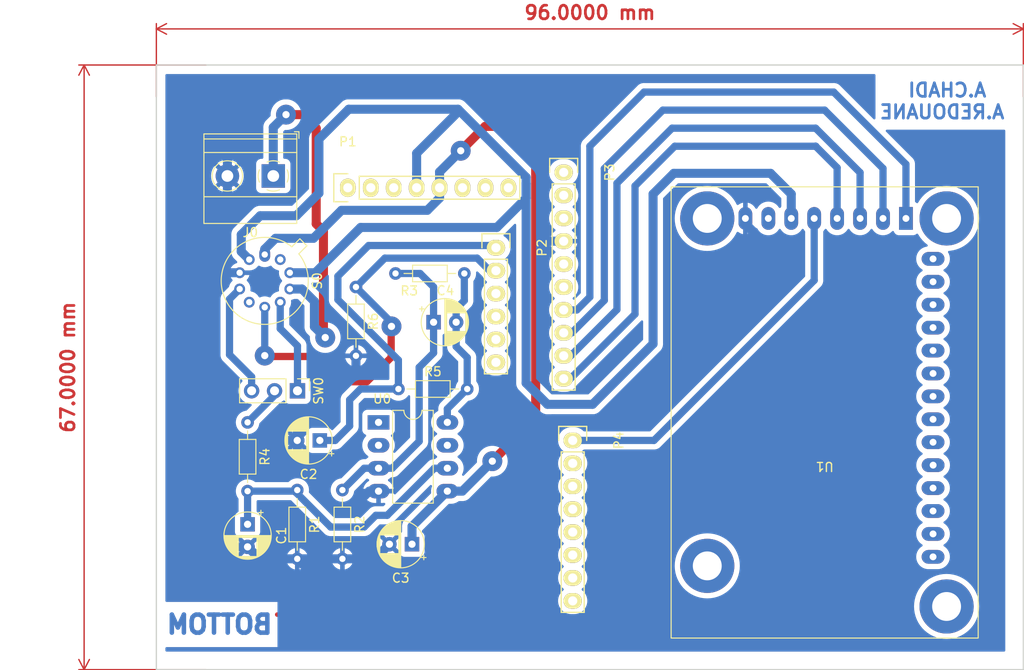
<source format=kicad_pcb>
(kicad_pcb (version 20221231) (generator pcbnew)
  (title_block (title "PCB GAZ SENSOR") (date "2022-01-04") (rev "1.0") (company "INSA Toulouse") (comment 1 "Redouane Amour - Chadi Amour") (comment 2 "amour@etud.insa-toulouse.fr") (comment 3 "5ISS - A2"))
  (layers (0 "F.Cu" signal) (31 "B.Cu" signal) (34 "B.Paste" user) (35 "F.Paste" user) (36 "B.SilkS" user "B.Silkscreen") (37 "F.SilkS" user "F.Silkscreen") (38 "B.Mask" user) (39 "F.Mask" user) (44 "Edge.Cuts" user))
  (net 0 "")
  (net 1 "Net-(U0-+)")
  (net 2 "GND")
  (net 3 "ADC_GAZ")
  (net 4 "+5V")
  (net 5 "Net-(U0--)")
  (net 6 "Net-(C4-Pad2)")
  (net 7 "+15V")
  (net 9 "/IOREF")
  (net 10 "/Reset")
  (net 11 "+3V3")
  (net 12 "/Vin")
  (net 13 "TempADC")
  (net 14 "/A2")
  (net 15 "/A3")
  (net 16 "/A4(SDA)")
  (net 17 "/A5(SCL)")
  (net 18 "/13(SCK)")
  (net 19 "/12(MISO)")
  (net 20 "/11(**{slash}MOSI)")
  (net 21 "/10(**{slash}SS)")
  (net 22 "/9(**)")
  (net 23 "/8")
  (net 24 "/7")
  (net 25 "/6(**)")
  (net 26 "/5(**)")
  (net 27 "/4")
  (net 28 "/3(**)")
  (net 29 "/2")
  (net 30 "/1(Tx)")
  (net 31 "/0(Rx)")
  (net 32 "Net-(SW0A-B)")
  (net 33 "Net-(S0-GazSensorRight)")
  (net 35 "Net-(S0-GazSensorLeft)")
  (footprint "Socket_Arduino_Uno:Socket_Strip_Arduino_1x06" (layer "F.Cu") (at 217.5 115.65 -90)
    (fp_text reference "P2" (at 0 -5.1 90) (layer "F.SilkS"))
    (fp_text value "Analog")
    (pad "1" thru_hole oval locked (at 0 0 270) (size 1.7272 2.032) (drill 1.016) (layers *.Cu *.Mask "F.SilkS") (net 3 "ADC_GAZ"))
    (pad "2" thru_hole oval locked (at 2.54 0 270) (size 1.7272 2.032) (drill 1.016) (layers *.Cu *.Mask "F.SilkS") (net 13 "TempADC"))
    (pad "3" thru_hole oval locked (at 5.08 0 270) (size 1.7272 2.032) (drill 1.016) (layers *.Cu *.Mask "F.SilkS") (net 14 "/A2"))
    (pad "4" thru_hole oval locked (at 7.62 0 270) (size 1.7272 2.032) (drill 1.016) (layers *.Cu *.Mask "F.SilkS") (net 15 "/A3"))
    (pad "5" thru_hole oval locked (at 10.16 0 270) (size 1.7272 2.032) (drill 1.016) (layers *.Cu *.Mask "F.SilkS") (net 16 "/A4(SDA)"))
    (pad "6" thru_hole oval locked (at 12.7 0 270) (size 1.7272 2.032) (drill 1.016) (layers *.Cu *.Mask "F.SilkS") (net 17 "/A5(SCL)"))
  )
  (footprint "Capacitor_THT:CP_Radial_D5.0mm_P2.50mm" (layer "F.Cu") (at 198 137 180)
    (fp_text reference "C2" (at 1.25 -3.75) (layer "F.SilkS"))
    (fp_text value "100n")
    (pad "1" thru_hole rect locked (at 0 0 180) (size 1.6 1.6) (drill 0.8) (layers *.Cu *.Mask) (net 3 "ADC_GAZ"))
    (pad "2" thru_hole circle locked (at 2.5 0 180) (size 1.6 1.6) (drill 0.8) (layers *.Cu *.Mask) (net 2 "GND"))
  )
  (footprint "Connector_PinHeader_2.54mm:PinHeader_1x03_P2.54mm_Vertical" (layer "F.Cu") (at 195.525 131.5 -90)
    (fp_text reference "SW0" (at 0 -2.33 90) (layer "F.SilkS"))
    (fp_text value "SW_DPDT_x2")
    (pad "1" thru_hole rect locked (at 0 0 270) (size 1.7 1.7) (drill 1) (layers *.Cu *.Mask) (net 35 "Net-(S0-GazSensorLeft)"))
    (pad "2" thru_hole oval locked (at 0 2.54 270) (size 1.7 1.7) (drill 1) (layers *.Cu *.Mask) (net 32 "Net-(SW0A-B)"))
    (pad "3" thru_hole oval locked (at 0 5.08 270) (size 1.7 1.7) (drill 1) (layers *.Cu *.Mask) (net 33 "Net-(S0-GazSensorRight)"))
  )
  (footprint "Socket_Arduino_Uno:Socket_Strip_Arduino_1x08" (layer "F.Cu") (at 226 137 -90)
    (fp_text reference "P4" (at 0 -5.1 90) (layer "F.SilkS"))
    (fp_text value "Digital")
    (pad "1" thru_hole oval locked (at 0 0 270) (size 1.7272 2.032) (drill 1.016) (layers *.Cu *.Mask "F.SilkS") (net 24 "/7"))
    (pad "2" thru_hole oval locked (at 2.54 0 270) (size 1.7272 2.032) (drill 1.016) (layers *.Cu *.Mask "F.SilkS") (net 25 "/6(**)"))
    (pad "3" thru_hole oval locked (at 5.08 0 270) (size 1.7272 2.032) (drill 1.016) (layers *.Cu *.Mask "F.SilkS") (net 26 "/5(**)"))
    (pad "4" thru_hole oval locked (at 7.62 0 270) (size 1.7272 2.032) (drill 1.016) (layers *.Cu *.Mask "F.SilkS") (net 27 "/4"))
    (pad "5" thru_hole oval locked (at 10.16 0 270) (size 1.7272 2.032) (drill 1.016) (layers *.Cu *.Mask "F.SilkS") (net 28 "/3(**)"))
    (pad "6" thru_hole oval locked (at 12.7 0 270) (size 1.7272 2.032) (drill 1.016) (layers *.Cu *.Mask "F.SilkS") (net 29 "/2"))
    (pad "7" thru_hole oval locked (at 15.24 0 270) (size 1.7272 2.032) (drill 1.016) (layers *.Cu *.Mask "F.SilkS") (net 30 "/1(Tx)"))
    (pad "8" thru_hole oval locked (at 17.78 0 270) (size 1.7272 2.032) (drill 1.016) (layers *.Cu *.Mask "F.SilkS") (net 31 "/0(Rx)"))
  )
  (footprint "Resistor_THT:R_Axial_DIN0204_L3.6mm_D1.6mm_P7.62mm_Horizontal" (layer "F.Cu") (at 206.7 131.3)
    (fp_text reference "R5" (at 3.81 -1.92) (layer "F.SilkS"))
    (fp_text value "1k")
    (pad "1" thru_hole circle locked (at 0 0) (size 1.4 1.4) (drill 0.7) (layers *.Cu *.Mask) (net 3 "ADC_GAZ"))
    (pad "2" thru_hole oval locked (at 7.62 0) (size 1.4 1.4) (drill 0.7) (layers *.Cu *.Mask) (net 6 "Net-(C4-Pad2)"))
  )
  (footprint "Package_DIP:DIP-8_W7.62mm_LongPads" (layer "F.Cu") (at 204.5 135)
    (fp_text reference "U0" (at 0.4 -2.6) (layer "F.SilkS"))
    (fp_text value "LTC1050")
    (pad "1" thru_hole rect locked (at 0 0) (size 2.4 1.6) (drill 0.8) (layers *.Cu *.Mask))
    (pad "2" thru_hole oval locked (at 0 2.54) (size 2.4 1.6) (drill 0.8) (layers *.Cu *.Mask))
    (pad "3" thru_hole oval locked (at 0 5.08) (size 2.4 1.6) (drill 0.8) (layers *.Cu *.Mask) (net 5 "Net-(U0--)"))
    (pad "4" thru_hole oval locked (at 0 7.62) (size 2.4 1.6) (drill 0.8) (layers *.Cu *.Mask) (net 2 "GND"))
    (pad "5" thru_hole oval locked (at 7.62 7.62) (size 2.4 1.6) (drill 0.8) (layers *.Cu *.Mask) (net 4 "+5V"))
    (pad "6" thru_hole oval locked (at 7.62 5.08) (size 2.4 1.6) (drill 0.8) (layers *.Cu *.Mask) (net 1 "Net-(U0-+)"))
    (pad "7" thru_hole oval locked (at 7.62 2.54) (size 2.4 1.6) (drill 0.8) (layers *.Cu *.Mask))
    (pad "8" thru_hole oval locked (at 7.62 0) (size 2.4 1.6) (drill 0.8) (layers *.Cu *.Mask) (net 6 "Net-(C4-Pad2)"))
  )
  (footprint "Resistor_THT:R_Axial_DIN0204_L3.6mm_D1.6mm_P7.62mm_Horizontal" (layer "F.Cu") (at 195.5 142.5 -90)
    (fp_text reference "R1" (at 3.81 -1.92 90) (layer "F.SilkS"))
    (fp_text value "100k")
    (pad "1" thru_hole circle locked (at 0 0 270) (size 1.4 1.4) (drill 0.7) (layers *.Cu *.Mask) (net 1 "Net-(U0-+)"))
    (pad "2" thru_hole oval locked (at 7.62 0 270) (size 1.4 1.4) (drill 0.7) (layers *.Cu *.Mask) (net 2 "GND"))
  )
  (footprint "mes_empreintes:RN2483_FOOTPRINT" (layer "F.Cu") (at 262.9 112.4 180)
    (fp_text reference "U1" (at 9 -27.5 180 unlocked) (layer "F.SilkS"))
    (fp_text value "RN2483_Breakout")
    (pad "" np_thru_hole circle (at -4.5 -43 180) (size 6 6) (drill 3.2) (layers F&B.Cu *.Mask))
    (pad "" np_thru_hole circle (at -4.5 0 180) (size 6 6) (drill 3.2) (layers F&B.Cu *.Mask))
    (pad "" np_thru_hole circle (at 22 -38.5 180) (size 6 6) (drill 3.2) (layers F&B.Cu *.Mask))
    (pad "" np_thru_hole circle (at 22 0 180) (size 6 6) (drill 3.2) (layers F&B.Cu *.Mask))
    (pad "1" thru_hole rect (at 0 0 180) (size 1.524 2.524) (drill 0.762) (layers *.Cu *.Mask) (net 20 "/11(**{slash}MOSI)"))
    (pad "2" thru_hole oval (at 2.54 0 180) (size 1.524 2.524) (drill 0.762) (layers *.Cu *.Mask) (net 21 "/10(**{slash}SS)"))
    (pad "3" thru_hole oval (at 5.08 0 180) (size 1.524 2.524) (drill 0.762) (layers *.Cu *.Mask) (net 22 "/9(**)"))
    (pad "4" thru_hole oval (at 7.62 0 180) (size 1.524 2.524) (drill 0.762) (layers *.Cu *.Mask) (net 23 "/8"))
    (pad "5" thru_hole oval (at 10.16 0 180) (size 1.524 2.524) (drill 0.762) (layers *.Cu *.Mask) (net 24 "/7"))
    (pad "6" thru_hole oval (at 12.7 0 180) (size 1.524 2.524) (drill 0.762) (layers *.Cu *.Mask) (net 11 "+3V3"))
    (pad "7" thru_hole oval (at 15.24 0 180) (size 1.524 2.524) (drill 0.762) (layers *.Cu *.Mask))
    (pad "8" thru_hole oval (at 17.78 0 180) (size 1.524 2.524) (drill 0.762) (layers *.Cu *.Mask) (net 2 "GND"))
    (pad "9" thru_hole oval (at -3 -37.5 180) (size 2.524 1.524) (drill 0.762) (layers *.Cu *.Mask))
    (pad "10" thru_hole oval (at -3 -34.96 180) (size 2.524 1.524) (drill 0.762) (layers *.Cu *.Mask))
    (pad "11" thru_hole oval (at -3 -32.42 180) (size 2.524 1.524) (drill 0.762) (layers *.Cu *.Mask))
    (pad "12" thru_hole oval (at -3 -29.88 180) (size 2.524 1.524) (drill 0.762) (layers *.Cu *.Mask))
    (pad "13" thru_hole oval (at -3.008995 -27.34 180) (size 2.524 1.524) (drill 0.762) (layers *.Cu *.Mask))
    (pad "14" thru_hole oval (at -3 -24.8 180) (size 2.524 1.524) (drill 0.762) (layers *.Cu *.Mask))
    (pad "15" thru_hole oval (at -3 -22.26 180) (size 2.524 1.524) (drill 0.762) (layers *.Cu *.Mask))
    (pad "16" thru_hole oval (at -3 -19.72 180) (size 2.524 1.524) (drill 0.762) (layers *.Cu *.Mask))
    (pad "17" thru_hole oval (at -3 -17.18 180) (size 2.524 1.524) (drill 0.762) (layers *.Cu *.Mask))
    (pad "18" thru_hole oval (at -3 -14.64 180) (size 2.524 1.524) (drill 0.762) (layers *.Cu *.Mask))
    (pad "19" thru_hole oval (at -3 -12.1 180) (size 2.524 1.524) (drill 0.762) (layers *.Cu *.Mask))
    (pad "20" thru_hole oval (at -3 -9.56 180) (size 2.524 1.524) (drill 0.762) (layers *.Cu *.Mask))
    (pad "21" thru_hole oval (at -3 -7.02 180) (size 2.524 1.524) (drill 0.762) (layers *.Cu *.Mask))
    (pad "22" thru_hole oval (at -3 -4.48 180) (size 2.524 1.524) (drill 0.762) (layers *.Cu *.Mask))
  )
  (footprint "Socket_Arduino_Uno:Socket_Strip_Arduino_1x10" (layer "F.Cu") (at 225 107.3 -90)
    (fp_text reference "P3" (at 0 -5.1 90) (layer "F.SilkS"))
    (fp_text value "Digital")
    (pad "1" thru_hole oval locked (at 0 0 270) (size 1.7272 2.032) (drill 1.016) (layers *.Cu *.Mask "F.SilkS"))
    (pad "2" thru_hole oval locked (at 2.54 0 270) (size 1.7272 2.032) (drill 1.016) (layers *.Cu *.Mask "F.SilkS"))
    (pad "3" thru_hole oval locked (at 5.08 0 270) (size 1.7272 2.032) (drill 1.016) (layers *.Cu *.Mask "F.SilkS"))
    (pad "4" thru_hole oval locked (at 7.62 0 270) (size 1.7272 2.032) (drill 1.016) (layers *.Cu *.Mask "F.SilkS") (net 2 "GND"))
    (pad "5" thru_hole oval locked (at 10.16 0 270) (size 1.7272 2.032) (drill 1.016) (layers *.Cu *.Mask "F.SilkS") (net 18 "/13(SCK)"))
    (pad "6" thru_hole oval locked (at 12.7 0 270) (size 1.7272 2.032) (drill 1.016) (layers *.Cu *.Mask "F.SilkS") (net 19 "/12(MISO)"))
    (pad "7" thru_hole oval locked (at 15.24 0 270) (size 1.7272 2.032) (drill 1.016) (layers *.Cu *.Mask "F.SilkS") (net 20 "/11(**{slash}MOSI)"))
    (pad "8" thru_hole oval locked (at 17.78 0 270) (size 1.7272 2.032) (drill 1.016) (layers *.Cu *.Mask "F.SilkS") (net 21 "/10(**{slash}SS)"))
    (pad "9" thru_hole oval locked (at 20.32 0 270) (size 1.7272 2.032) (drill 1.016) (layers *.Cu *.Mask "F.SilkS") (net 22 "/9(**)"))
    (pad "10" thru_hole oval locked (at 22.86 0 270) (size 1.7272 2.032) (drill 1.016) (layers *.Cu *.Mask "F.SilkS") (net 23 "/8"))
  )
  (footprint "Package_TO_SOT_THT:TO-5-10_Window" (layer "F.Cu") (at 191.9 116.4 -90)
    (fp_text reference "S0" (at 2.92 -5.82 90) (layer "F.SilkS"))
    (fp_text value "Sensor_Aime")
    (pad "1" thru_hole oval locked (at 0 0 270) (size 1.6 1.2) (drill 0.7) (layers *.Cu *.Mask) (net 4 "+5V"))
    (pad "2" thru_hole oval locked (at 0.55767 1.716333 270) (size 1.2 1.2) (drill 0.7) (layers *.Cu *.Mask) (net 11 "+3V3"))
    (pad "3" thru_hole oval locked (at 2.01767 2.777085 270) (size 1.2 1.2) (drill 0.7) (layers *.Cu *.Mask) (net 2 "GND"))
    (pad "4" thru_hole oval locked (at 3.82233 2.777085 270) (size 1.2 1.2) (drill 0.7) (layers *.Cu *.Mask) (net 33 "Net-(S0-GazSensorRight)"))
    (pad "5" thru_hole oval locked (at 5.28233 1.716333 270) (size 1.2 1.2) (drill 0.7) (layers *.Cu *.Mask))
    (pad "6" thru_hole oval locked (at 5.84 0 270) (size 1.2 1.2) (drill 0.7) (layers *.Cu *.Mask) (net 13 "TempADC"))
    (pad "7" thru_hole oval locked (at 5.28233 -1.716333 270) (size 1.2 1.2) (drill 0.7) (layers *.Cu *.Mask) (net 35 "Net-(S0-GazSensorLeft)"))
    (pad "8" thru_hole oval locked (at 3.82233 -2.777085 270) (size 1.2 1.2) (drill 0.7) (layers *.Cu *.Mask) (net 7 "+15V"))
    (pad "9" thru_hole oval locked (at 2.01767 -2.777085 270) (size 1.2 1.2) (drill 0.7) (layers *.Cu *.Mask) (net 11 "+3V3"))
    (pad "10" thru_hole oval locked (at 0.55767 -1.716333 270) (size 1.2 1.2) (drill 0.7) (layers *.Cu *.Mask))
  )
  (footprint "Resistor_THT:R_Axial_DIN0204_L3.6mm_D1.6mm_P7.62mm_Horizontal" (layer "F.Cu") (at 200.5 142.5 -90)
    (fp_text reference "R2" (at 3.81 -1.92 90) (layer "F.SilkS"))
    (fp_text value "R_CAL")
    (pad "1" thru_hole circle locked (at 0 0 270) (size 1.4 1.4) (drill 0.7) (layers *.Cu *.Mask) (net 5 "Net-(U0--)"))
    (pad "2" thru_hole oval locked (at 7.62 0 270) (size 1.4 1.4) (drill 0.7) (layers *.Cu *.Mask) (net 2 "GND"))
  )
  (footprint "TerminalBlock_Phoenix:TerminalBlock_Phoenix_MKDS-1,5-2-5.08_1x02_P5.08mm_Horizontal" (layer "F.Cu") (at 192.845 107.695 180)
    (fp_text reference "J0" (at 2.54 -6.26) (layer "F.SilkS"))
    (fp_text value "Screw_Terminal_01x02")
    (pad "1" thru_hole rect locked (at 0 0 180) (size 2.6 2.6) (drill 1.3) (layers *.Cu *.Mask) (net 7 "+15V"))
    (pad "2" thru_hole circle locked (at 5.08 0 180) (size 2.6 2.6) (drill 1.3) (layers *.Cu *.Mask) (net 2 "GND"))
  )
  (footprint "Resistor_THT:R_Axial_DIN0204_L3.6mm_D1.6mm_P7.62mm_Horizontal" (layer "F.Cu") (at 190 135 -90)
    (fp_text reference "R4" (at 3.81 -1.92 90) (layer "F.SilkS"))
    (fp_text value "10k")
    (pad "1" thru_hole circle locked (at 0 0 270) (size 1.4 1.4) (drill 0.7) (layers *.Cu *.Mask) (net 32 "Net-(SW0A-B)"))
    (pad "2" thru_hole oval locked (at 7.62 0 270) (size 1.4 1.4) (drill 0.7) (layers *.Cu *.Mask) (net 1 "Net-(U0-+)"))
  )
  (footprint "Socket_Arduino_Uno:Socket_Strip_Arduino_1x08" (layer "F.Cu") (at 201.1 109)
    (fp_text reference "P1" (at 0 -5.1) (layer "F.SilkS"))
    (fp_text value "Power")
    (pad "1" thru_hole oval locked (at 0 0) (size 1.7272 2.032) (drill 1.016) (layers *.Cu *.Mask "F.SilkS"))
    (pad "2" thru_hole oval locked (at 2.54 0) (size 1.7272 2.032) (drill 1.016) (layers *.Cu *.Mask "F.SilkS") (net 9 "/IOREF"))
    (pad "3" thru_hole oval locked (at 5.08 0) (size 1.7272 2.032) (drill 1.016) (layers *.Cu *.Mask "F.SilkS") (net 10 "/Reset"))
    (pad "4" thru_hole oval locked (at 7.62 0) (size 1.7272 2.032) (drill 1.016) (layers *.Cu *.Mask "F.SilkS") (net 11 "+3V3"))
    (pad "5" thru_hole oval locked (at 10.16 0) (size 1.7272 2.032) (drill 1.016) (layers *.Cu *.Mask "F.SilkS") (net 4 "+5V"))
    (pad "6" thru_hole oval locked (at 12.7 0) (size 1.7272 2.032) (drill 1.016) (layers *.Cu *.Mask "F.SilkS"))
    (pad "7" thru_hole oval locked (at 15.24 0) (size 1.7272 2.032) (drill 1.016) (layers *.Cu *.Mask "F.SilkS"))
    (pad "8" thru_hole oval locked (at 17.78 0) (size 1.7272 2.032) (drill 1.016) (layers *.Cu *.Mask "F.SilkS") (net 12 "/Vin"))
  )
  (footprint "Capacitor_THT:CP_Radial_D5.0mm_P2.50mm" (layer "F.Cu") (at 210.594888 123.9)
    (fp_text reference "C4" (at 1.305112 -3.5) (layer "F.SilkS"))
    (fp_text value "1u")
    (pad "1" thru_hole rect locked (at 0 0) (size 1.6 1.6) (drill 0.8) (layers *.Cu *.Mask) (net 5 "Net-(U0--)"))
    (pad "2" thru_hole circle locked (at 2.5 0) (size 1.6 1.6) (drill 0.8) (layers *.Cu *.Mask) (net 6 "Net-(C4-Pad2)"))
  )
  (footprint "Capacitor_THT:CP_Radial_D5.0mm_P2.50mm" (layer "F.Cu") (at 190 146.294888 -90)
    (fp_text reference "C1" (at 1.25 -3.75 90) (layer "F.SilkS"))
    (fp_text value "100n")
    (pad "1" thru_hole rect locked (at 0 0 270) (size 1.6 1.6) (drill 0.8) (layers *.Cu *.Mask) (net 1 "Net-(U0-+)"))
    (pad "2" thru_hole circle locked (at 2.5 0 270) (size 1.6 1.6) (drill 0.8) (layers *.Cu *.Mask) (net 2 "GND"))
  )
  (footprint "Capacitor_THT:CP_Radial_D5.0mm_P2.50mm" (layer "F.Cu") (at 208.205113 148.5 180)
    (fp_text reference "C3" (at 1.25 -3.75) (layer "F.SilkS"))
    (fp_text value "100n")
    (pad "1" thru_hole rect locked (at 0 0 180) (size 1.6 1.6) (drill 0.8) (layers *.Cu *.Mask) (net 4 "+5V"))
    (pad "2" thru_hole circle locked (at 2.5 0 180) (size 1.6 1.6) (drill 0.8) (layers *.Cu *.Mask) (net 2 "GND"))
  )
  (footprint "Resistor_THT:R_Axial_DIN0204_L3.6mm_D1.6mm_P7.62mm_Horizontal" (layer "F.Cu") (at 202 120 -90)
    (fp_text reference "R6" (at 3.81 -1.92 90) (layer "F.SilkS"))
    (fp_text value "R_adjust")
    (pad "1" thru_hole circle locked (at 0 0 270) (size 1.4 1.4) (drill 0.7) (layers *.Cu *.Mask) (net 13 "TempADC"))
    (pad "2" thru_hole oval locked (at 7.62 0 270) (size 1.4 1.4) (drill 0.7) (layers *.Cu *.Mask) (net 2 "GND"))
  )
  (footprint "Resistor_THT:R_Axial_DIN0204_L3.6mm_D1.6mm_P7.62mm_Horizontal" (layer "F.Cu") (at 214 118.5 180)
    (fp_text reference "R3" (at 6.1 -1.92) (layer "F.SilkS"))
    (fp_text value "100k")
    (pad "1" thru_hole circle locked (at 0 0 180) (size 1.4 1.4) (drill 0.7) (layers *.Cu *.Mask) (net 6 "Net-(C4-Pad2)"))
    (pad "2" thru_hole oval locked (at 7.62 0 180) (size 1.4 1.4) (drill 0.7) (layers *.Cu *.Mask) (net 5 "Net-(U0--)"))
  )
  (gr_rect (start 179.9 162.4) (end 275.9 95.4) (stroke (width 0.15)) (fill none) (layer "Edge.Cuts"))
  (gr_text "SHIELD GAZ SENSOR" (at 213.9 158.4) (layer "F.Cu") (effects (font (size 2 2) (thickness 0.5) bold)))
  (gr_text "TOP" (at 195.9 157.4) (layer "F.Cu") (effects (font (size 2 2) (thickness 0.5) bold)))
  (gr_text "BOTTOM" (at 186.9 157.4) (layer "B.Cu") (effects (font (size 2 2) (thickness 0.5) bold) (justify mirror)))
  (gr_text "A.CHADI \nA.REDOUANE" (at 266.9 99.4) (layer "B.Cu") (effects (font (size 1.5 1.5) (thickness 0.3) bold) (justify mirror)))
  (dimension (type aligned) (layer "F.Cu") (pts (xy 179.9 99.4) (xy 275.9 99.4)) (height -8) (gr_text "96,0000  mm" (at 227.9 89.6) (layer "F.Cu") (effects (font (size 1.5 1.5) (thickness 0.3)))) (format (units 3) (units_format 1) (precision 4)) (style (thickness 0.15) (arrow_length 1.27) (text_position_mode 0) (extension_height 0.58642) (extension_offset 0.5) keep_text_aligned))
  (dimension (type aligned) (layer "F.Cu") (pts (xy 185.9 95.4) (xy 185.9 162.4)) (height 14) (gr_text "67,0000  mm" (at 170.1 128.9 90) (layer "F.Cu") (effects (font (size 1.5 1.5) (thickness 0.3)))) (format (units 3) (units_format 1) (precision 4)) (style (thickness 0.15) (arrow_length 1.27) (text_position_mode 0) (extension_height 0.58642) (extension_offset 0.5) keep_text_aligned))
  (segment (start 195.38 142.62) (end 195.5 142.5) (width 0.8) (layer "B.Cu") (net 1))
  (segment (start 190 142.62) (end 190 146.294888) (width 0.8) (layer "B.Cu") (net 1))
  (segment (start 205.46 145.3) (end 210.68 140.08) (width 0.8) (layer "B.Cu") (net 1))
  (segment (start 199.2 146.6) (end 202.905593 146.6) (width 0.8) (layer "B.Cu") (net 1))
  (segment (start 190 142.62) (end 195.38 142.62) (width 0.8) (layer "B.Cu") (net 1))
  (segment (start 195.5 142.5) (end 195.5 142.9) (width 0.8) (layer "B.Cu") (net 1))
  (segment (start 204.205593 145.3) (end 205.46 145.3) (width 0.8) (layer "B.Cu") (net 1))
  (segment (start 202.905593 146.6) (end 204.205593 145.3) (width 0.8) (layer "B.Cu") (net 1))
  (segment (start 195.5 142.9) (end 199.2 146.6) (width 0.8) (layer "B.Cu") (net 1))
  (segment (start 210.68 140.08) (end 212.12 140.08) (width 0.8) (layer "B.Cu") (net 1))
  (segment (start 187.38233 118.41767) (end 189.122915 118.41767) (width 1) (layer "B.Cu") (net 2))
  (segment (start 187.765 104.265) (end 187.7 104.2) (width 1) (layer "B.Cu") (net 2))
  (segment (start 189.85 138.15) (end 187.5 140.5) (width 1) (layer "B.Cu") (net 2))
  (segment (start 245.12 112.992586) (end 245.12 112.4) (width 1) (layer "B.Cu") (net 2))
  (segment (start 223.2888 114.92) (end 222.44264 114.07384) (width 1) (layer "B.Cu") (net 2))
  (segment (start 203.48 142.62) (end 201.2 144.9) (width 1) (layer "B.Cu") (net 2))
  (segment (start 221.08496 105.28496) (end 214.5 98.7) (width 1) (layer "B.Cu") (net 2))
  (segment (start 190 148.794888) (end 191.352556 150.147444) (width 1) (layer "B.Cu") (net 2))
  (segment (start 223.8 134.6) (end 233 134.6) (width 1) (layer "B.Cu") (net 2))
  (segment (start 220.15 147.15) (end 220.15 138.25) (width 1) (layer "B.Cu") (net 2))
  (segment (start 195.5 150.12) (end 198.78 153.4) (width 1) (layer "B.Cu") (net 2))
  (segment (start 195.5 137) (end 191 137) (width 1) (layer "B.Cu") (net 2))
  (segment (start 187.5 140.5) (end 187.5 147.59391) (width 1) (layer "B.Cu") (net 2))
  (segment (start 220.15 138.25) (end 223.8 134.6) (width 1) (layer "B.Cu") (net 2))
  (segment (start 185.4 113.4) (end 187.765 111.035) (width 1) (layer "B.Cu") (net 2))
  (segment (start 201.2 144.9) (end 199.8 144.9) (width 1) (layer "B.Cu") (net 2))
  (segment (start 185.4 120.4) (end 185.4 113.4) (width 1) (layer "B.Cu") (net 2))
  (segment (start 187.765 111.035) (end 187.765 110.695) (width 1) (layer "B.Cu") (net 2))
  (segment (start 193.2 98.7) (end 187.7 104.2) (width 1) (layer "B.Cu") (net 2))
  (segment (start 222.44264 106.64264) (end 221.08496 105.28496) (width 1) (layer "B.Cu") (net 2))
  (segment (start 191 137) (end 189.85 138.15) (width 1) (layer "B.Cu") (net 2))
  (segment (start 198.78 153.4) (end 213.9 153.4) (width 1) (layer "B.Cu") (net 2))
  (segment (start 197.299511 142.399511) (end 197.299511 140.899511) (width 1) (layer "B.Cu") (net 2))
  (segment (start 187.5 147.59391) (end 188.700978 148.794888) (width 1) (layer "B.Cu") (net 2))
  (segment (start 191.38 150.12) (end 195.5 150.12) (width 1) (layer "B.Cu") (net 2))
  (segment (start 214.5 98.7) (end 193.2 98.7) (width 1) (layer "B.Cu") (net 2))
  (segment (start 199.8 144.9) (end 197.299511 142.399511) (width 1) (layer "B.Cu") (net 2))
  (segment (start 185.4 133.7) (end 185.4 120.4) (width 1) (layer "B.Cu") (net 2))
  (segment (start 188.700978 148.794888) (end 190 148.794888) (width 1) (layer "B.Cu") (net 2))
  (segment (start 185.4 120.4) (end 187.38233 118.41767) (width 1) (layer "B.Cu") (net 2))
  (segment (start 233 134.6) (end 245.9 121.7) (width 1) (layer "B.Cu") (net 2))
  (segment (start 195.5 136) (end 202 129.5) (width 1) (layer "B.Cu") (net 2))
  (segment (start 225 114.92) (end 223.2888 114.92) (width 1) (layer "B.Cu") (net 2))
  (segment (start 202 129.5) (end 202 127.62) (width 1) (layer "B.Cu") (net 2))
  (segment (start 197.299511 140.899511) (end 195.5 139.1) (width 1) (layer "B.Cu") (net 2))
  (segment (start 204.5 142.62) (end 203.48 142.62) (width 1) (layer "B.Cu") (net 2))
  (segment (start 195.5 150.12) (end 200.5 150.12) (width 1) (layer "B.Cu") (net 2))
  (segment (start 245.9 121.7) (end 245.9 113.772586) (width 1) (layer "B.Cu") (net 2))
  (segment (start 191.352556 150.147444) (end 191.38 150.12) (width 1) (layer "B.Cu") (net 2))
  (segment (start 195.5 139.1) (end 195.5 137) (width 1) (layer "B.Cu") (net 2))
  (segment (start 222.44264 106.64264) (end 222.44264 114.07384) (width 1) (layer "B.Cu") (net 2))
  (segment (start 213.9 153.4) (end 220.15 147.15) (width 1) (layer "B.Cu") (net 2))
  (segment (start 200.5 150.12) (end 204.085113 150.12) (width 1) (layer "B.Cu") (net 2))
  (segment (start 223.2888 114.92) (end 222.88448 114.51568) (width 1) (layer "B.Cu") (net 2))
  (segment (start 187.765 110.695) (end 187.765 104.265) (width 1) (layer "B.Cu") (net 2))
  (segment (start 189.85 138.15) (end 185.4 133.7) (width 1) (layer "B.Cu") (net 2))
  (segment (start 245.9 113.772586) (end 245.12 112.992586) (width 1) (layer "B.Cu") (net 2))
  (segment (start 221.08496 105.28496) (end 221.08496 105.21504) (width 1) (layer "B.Cu") (net 2))
  (segment (start 195.5 137) (end 195.5 136) (width 1) (layer "B.Cu") (net 2))
  (segment (start 204.085113 150.12) (end 205.705113 148.5) (width 1) (layer "B.Cu") (net 2))
  (segment (start 201.3 135.4) (end 201.3 132.5) (width 0.8) (layer "B.Cu") (net 3))
  (segment (start 200 121.4) (end 206.7 128.1) (width 0.8) (layer "B.Cu") (net 3))
  (segment (start 217.5 115.65) (end 217.250969 115.400969) (width 0.8) (layer "B.Cu") (net 3))
  (segment (start 199.7 137) (end 201.3 135.4) (width 0.8) (layer "B.Cu") (net 3))
  (segment (start 200 118.8) (end 200 121.4) (width 0.8) (layer "B.Cu") (net 3))
  (segment (start 202.5 131.3) (end 206.7 131.3) (width 0.8) (layer "B.Cu") (net 3))
  (segment (start 203.399031 115.400969) (end 200 118.8) (width 0.8) (layer "B.Cu") (net 3))
  (segment (start 206.7 128.1) (end 206.7 131.3) (width 0.8) (layer "B.Cu") (net 3))
  (segment (start 201.3 132.5) (end 202.5 131.3) (width 0.8) (layer "B.Cu") (net 3))
  (segment (start 198 137) (end 199.7 137) (width 0.8) (layer "B.Cu") (net 3))
  (segment (start 217.250969 115.400969) (end 203.399031 115.400969) (width 0.8) (layer "B.Cu") (net 3))
  (segment (start 221.9 104.9) (end 219.2 102.2) (width 1) (layer "F.Cu") (net 4))
  (segment (start 217.1 139.3) (end 221.9 134.5) (width 1) (layer "F.Cu") (net 4))
  (segment (start 219.2 102.2) (end 216.3 102.2) (width 1) (layer "F.Cu") (net 4))
  (segment (start 221.9 134.5) (end 221.9 104.9) (width 1) (layer "F.Cu") (net 4))
  (segment (start 216.3 102.2) (end 213.6 104.9) (width 1) (layer "F.Cu") (net 4))
  (via (at 213.6 104.9) (size 2.2) (drill 0.8) (layers "F.Cu" "B.Cu") (net 4))
  (via (at 217.1 139.3) (size 2.2) (drill 0.8) (layers "F.Cu" "B.Cu") (net 4))
  (segment (start 197.3 114.6) (end 200.4 111.5) (width 1) (layer "B.Cu") (net 4))
  (segment (start 193.1 114.6) (end 197.3 114.6) (width 1) (layer "B.Cu") (net 4))
  (segment (start 213.6 104.9) (end 211.26 107.24) (width 1) (layer "B.Cu") (net 4))
  (segment (start 211.26 107.24) (end 211.26 109) (width 1) (layer "B.Cu") (net 4))
  (segment (start 200.4 111.5) (end 209.9 111.5) (width 1) (layer "B.Cu") (net 4))
  (segment (start 208.205113 148.5) (end 208.205113 146.534887) (width 1) (layer "B.Cu") (net 4))
  (segment (start 191.9 115.8) (end 193.1 114.6) (width 1) (layer "B.Cu") (net 4))
  (segment (start 212.12 142.62) (end 213.78 142.62) (width 1) (layer "B.Cu") (net 4))
  (segment (start 208.205113 146.534887) (end 212.12 142.62) (width 1) (layer "B.Cu") (net 4))
  (segment (start 191.9 116.4) (end 191.9 115.8) (width 1) (layer "B.Cu") (net 4))
  (segment (start 209.9 111.5) (end 211.26 110.14) (width 1) (layer "B.Cu") (net 4))
  (segment (start 211.26 110.14) (end 211.26 109) (width 1) (layer "B.Cu") (net 4))
  (segment (start 213.78 142.62) (end 217.1 139.3) (width 1) (layer "B.Cu") (net 4))
  (segment (start 202.92 140.08) (end 204.5 140.08) (width 0.8) (layer "B.Cu") (net 5))
  (segment (start 210.594888 123.9) (end 210.594888 119.994888) (width 0.8) (layer "B.Cu") (net 5))
  (segment (start 209 137.1) (end 209 128.9) (width 0.8) (layer "B.Cu") (net 5))
  (segment (start 204.5 140.08) (end 206.02 140.08) (width 0.8) (layer "B.Cu") (net 5))
  (segment (start 210.594888 127.305112) (end 210.594888 123.9) (width 0.8) (layer "B.Cu") (net 5))
  (segment (start 209 128.9) (end 210.594888 127.305112) (width 0.8) (layer "B.Cu") (net 5))
  (segment (start 206.02 140.08) (end 209 137.1) (width 0.8) (layer "B.Cu") (net 5))
  (segment (start 200.5 142.5) (end 202.92 140.08) (width 0.8) (layer "B.Cu") (net 5))
  (segment (start 210.594888 119.994888) (end 209.1 118.5) (width 0.8) (layer "B.Cu") (net 5))
  (segment (start 209.1 118.5) (end 206.38 118.5) (width 0.8) (layer "B.Cu") (net 5))
  (segment (start 214.32 127.82) (end 214.32 131.3) (width 0.8) (layer "B.Cu") (net 6))
  (segment (start 213.094888 122.405112) (end 214 121.5) (width 0.8) (layer "B.Cu") (net 6))
  (segment (start 212.12 133.5) (end 214.32 131.3) (width 0.8) (layer "B.Cu") (net 6))
  (segment (start 213.094888 123.9) (end 213.094888 122.405112) (width 0.8) (layer "B.Cu") (net 6))
  (segment (start 213.094888 123.9) (end 213.094888 126.594888) (width 0.8) (layer "B.Cu") (net 6))
  (segment (start 212.12 135) (end 212.12 133.5) (width 0.8) (layer "B.Cu") (net 6))
  (segment (start 214 121.5) (end 214 118.5) (width 0.8) (layer "B.Cu") (net 6))
  (segment (start 213.094888 126.594888) (end 214.32 127.82) (width 0.8) (layer "B.Cu") (net 6))
  (segment (start 196.0995 100.8995) (end 194.255282 100.8995) (width 1) (layer "F.Cu") (net 7))
  (segment (start 197.6 102.4) (end 196.0995 100.8995) (width 1) (layer "F.Cu") (net 7))
  (segment (start 197.6 113) (end 197.6 102.4) (width 1) (layer "F.Cu") (net 7))
  (segment (start 198.6 125.6) (end 198.4 125.4) (width 1) (layer "F.Cu") (net 7))
  (segment (start 198.4 125.4) (end 198.4 113.8) (width 1) (layer "F.Cu") (net 7))
  (segment (start 198.4 113.8) (end 197.6 113) (width 1) (layer "F.Cu") (net 7))
  (via (at 198.6 125.6) (size 2.2) (drill 0.8) (layers "F.Cu" "B.Cu") (net 7))
  (via (at 194.255282 100.8995) (size 2.2) (drill 0.8) (layers "F.Cu" "B.Cu") (net 7))
  (segment (start 197.4 121.6) (end 196.02233 120.22233) (width 1) (layer "B.Cu") (net 7))
  (segment (start 192.845 102.309782) (end 192.845 107.695) (width 1) (layer "B.Cu") (net 7))
  (segment (start 194.255282 100.8995) (end 192.845 102.309782) (width 1) (layer "B.Cu") (net 7))
  (segment (start 198.6 125.6) (end 197.4 124.4) (width 1) (layer "B.Cu") (net 7))
  (segment (start 197.4 124.4) (end 197.4 121.6) (width 1) (layer "B.Cu") (net 7))
  (segment (start 196.02233 120.22233) (end 194.677085 120.22233) (width 1) (layer "B.Cu") (net 7))
  (segment (start 220.84312 107.84312) (end 220.84312 108.54312) (width 1) (layer "B.Cu") (net 11))
  (segment (start 250.2 109.7) (end 250.2 112.4) (width 1) (layer "B.Cu") (net 11))
  (segment (start 220.84312 130.64312) (end 223.20048 133.00048) (width 1) (layer "B.Cu") (net 11))
  (segment (start 202.515844 113.4) (end 217.6 113.4) (width 1) (layer "B.Cu") (net 11))
  (segment (start 201.2 100.3) (end 213.3 100.3) (width 1) (layer "B.Cu") (net 11))
  (segment (start 191.4 112.1) (end 195.4 112.1) (width 1) (layer "B.Cu") (net 11))
  (segment (start 197.9 103.6) (end 201.2 100.3) (width 1) (layer "B.Cu") (net 11))
  (segment (start 189.3 116.074003) (end 189.3 114.2) (width 1) (layer "B.Cu") (net 11))
  (segment (start 208.72 109) (end 208.72 107.42) (width 1) (layer "B.Cu") (net 11))
  (segment (start 194.677085 118.41767) (end 197.498174 118.41767) (width 1) (layer "B.Cu") (net 11))
  (segment (start 189.3 114.2) (end 191.4 112.1) (width 1) (layer "B.Cu") (net 11))
  (segment (start 195.4 112.1) (end 197.9 109.6) (width 1) (layer "B.Cu") (net 11))
  (segment (start 234.9 109.7) (end 237.2 107.4) (width 1) (layer "B.Cu") (net 11))
  (segment (start 220.84312 108.54312) (end 220.84312 130.64312) (width 1) (layer "B.Cu") (net 11))
  (segment (start 220.84312 110.15688) (end 220.84312 108.54312) (width 1) (layer "B.Cu") (net 11))
  (segment (start 247.9 107.4) (end 250.2 109.7) (width 1) (layer "B.Cu") (net 11))
  (segment (start 208.72 107.42) (end 208.72 105.18) (width 1) (layer "B.Cu") (net 11))
  (segment (start 208.72 105.18) (end 213 100.9) (width 1) (layer "B.Cu") (net 11))
  (segment (start 228.19952 133.00048) (end 234.9 126.3) (width 1) (layer "B.Cu") (net 11))
  (segment (start 234.9 126.3) (end 234.9 109.7) (width 1) (layer "B.Cu") (net 11))
  (segment (start 197.9 109.6) (end 197.9 103.6) (width 1) (layer "B.Cu") (net 11))
  (segment (start 217.6 113.4) (end 220.84312 110.15688) (width 1) (layer "B.Cu") (net 11))
  (segment (start 223.20048 133.00048) (end 228.19952 133.00048) (width 1) (layer "B.Cu") (net 11))
  (segment (start 197.498174 118.41767) (end 202.515844 113.4) (width 1) (layer "B.Cu") (net 11))
  (segment (start 237.2 107.4) (end 247.9 107.4) (width 1) (layer "B.Cu") (net 11))
  (segment (start 190.183667 116.95767) (end 189.3 116.074003) (width 1) (layer "B.Cu") (net 11))
  (segment (start 213.3 100.3) (end 220.84312 107.84312) (width 1) (layer "B.Cu") (net 11))
  (segment (start 197.599511 127.699511) (end 200.4 130.5) (width 0.8) (layer "F.Cu") (net 13))
  (segment (start 200.4 130.5) (end 203.2 130.5) (width 0.8) (layer "F.Cu") (net 13))
  (segment (start 205.9 127.8) (end 205.9 124.4) (width 0.8) (layer "F.Cu") (net 13))
  (segment (start 191.999511 127.699511) (end 197.599511 127.699511) (width 0.8) (layer "F.Cu") (net 13))
  (segment (start 203.2 130.5) (end 205.9 127.8) (width 0.8) (layer "F.Cu") (net 13))
  (segment (start 191.9 127.6) (end 191.999511 127.699511) (width 0.8) (layer "F.Cu") (net 13))
  (segment (start 205.9 124.4) (end 205.934571 124.365429) (width 0.8) (layer "F.Cu") (net 13))
  (via (at 191.9 127.6) (size 2.2) (drill 0.8) (layers "F.Cu" "B.Cu") (net 13))
  (via (at 205.934571 124.365429) (size 2.2) (drill 0.8) (layers "F.Cu" "B.Cu") (net 13))
  (segment (start 215.420489 116.800489) (end 216.81 118.19) (width 0.8) (layer "B.Cu") (net 13))
  (segment (start 205.199511 116.800489) (end 215.420489 116.800489) (width 0.8) (layer "B.Cu") (net 13))
  (segment (start 191.9 127.6) (end 191.9 122.24) (width 0.8) (layer "B.Cu") (net 13))
  (segment (start 205.934571 124.365429) (end 205.934571 123.934571) (width 0.8) (layer "B.Cu") (net 13))
  (segment (start 205.934571 123.934571) (end 202 120) (width 0.8) (layer "B.Cu") (net 13))
  (segment (start 216.81 118.19) (end 217.5 118.19) (width 0.8) (layer "B.Cu") (net 13))
  (segment (start 202 120) (end 205.199511 116.800489) (width 0.8) (layer "B.Cu") (net 13))
  (segment (start 227.9 121.1) (end 226.46 122.54) (width 0.8) (layer "B.Cu") (net 20))
  (segment (start 262.9 106.4) (end 254.9 98.4) (width 0.8) (layer "B.Cu") (net 20))
  (segment (start 226.46 122.54) (end 225 122.54) (width 0.8) (layer "B.Cu") (net 20))
  (segment (start 233.9 98.4) (end 227.9 104.4) (width 0.8) (layer "B.Cu") (net 20))
  (segment (start 262.9 112.4) (end 262.9 106.4) (width 0.8) (layer "B.Cu") (net 20))
  (segment (start 254.9 98.4) (end 233.9 98.4) (width 0.8) (layer "B.Cu") (net 20))
  (segment (start 227.9 104.4) (end 227.9 121.1) (width 0.8) (layer "B.Cu") (net 20))
  (segment (start 225.247249 125.08) (end 225 125.08) (width 0.8) (layer "B.Cu") (net 21))
  (segment (start 235.97922 100.4) (end 229.50048 106.87874) (width 0.8) (layer "B.Cu") (net 21))
  (segment (start 260.36 112.4) (end 260.36 106.86) (width 0.8) (layer "B.Cu") (net 21))
  (segment (start 253.9 100.4) (end 235.97922 100.4) (width 0.8) (layer "B.Cu") (net 21))
  (segment (start 260.36 106.86) (end 253.9 100.4) (width 0.8) (layer "B.Cu") (net 21))
  (segment (start 225.89922 125.08) (end 225 125.08) (width 0.8) (layer "B.Cu") (net 21))
  (segment (start 229.50048 121.47874) (end 225.89922 125.08) (width 0.8) (layer "B.Cu") (net 21))
  (segment (start 229.50048 106.87874) (end 229.50048 121.47874) (width 0.8) (layer "B.Cu") (net 21))
  (segment (start 237 102.4) (end 252.9 102.4) (width 0.8) (layer "B.Cu") (net 22))
  (segment (start 230.9 122.5) (end 230.9 108.5) (width 0.8) (layer "B.Cu") (net 22))
  (segment (start 230.9 108.5) (end 237 102.4) (width 0.8) (layer "B.Cu") (net 22))
  (segment (start 257.82 107.32) (end 252.9 102.4) (width 0.8) (layer "B.Cu") (net 22))
  (segment (start 257.82 112.4) (end 257.82 107.32) (width 0.8) (layer "B.Cu") (net 22))
  (segment (start 225 127.62) (end 225.78 127.62) (width 0.8) (layer "B.Cu") (net 22))
  (segment (start 225.78 127.62) (end 230.9 122.5) (width 0.8) (layer "B.Cu") (net 22))
  (segment (start 237.3 104.4) (end 232.9 108.8) (width 0.8) (layer "B.Cu") (net 23))
  (segment (start 232.9 123) (end 225.74 130.16) (width 0.8) (layer "B.Cu") (net 23))
  (segment (start 252.9 104.4) (end 237.3 104.4) (width 0.8) (layer "B.Cu") (net 23))
  (segment (start 252.9 104.4) (end 255.28 106.78) (width 0.8) (layer "B.Cu") (net 23))
  (segment (start 232.9 108.8) (end 232.9 123) (width 0.8) (layer "B.Cu") (net 23))
  (segment (start 255.28 106.78) (end 255.28 112.4) (width 0.8) (layer "B.Cu") (net 23))
  (segment (start 225.74 130.16) (end 225 130.16) (width 0.8) (layer "B.Cu") (net 23))
  (segment (start 252.92078 104.4) (end 252.9 104.4) (width 0.8) (layer "B.Cu") (net 23))
  (segment (start 235 137) (end 226 137) (width 0.8) (layer "B.Cu") (net 24))
  (segment (start 252.74 112.4) (end 252.74 119.26) (width 0.8) (layer "B.Cu") (net 24))
  (segment (start 252.74 119.26) (end 235 137) (width 0.8) (layer "B.Cu") (net 24))
  (segment (start 192.985 132.015) (end 190 135) (width 0.8) (layer "B.Cu") (net 32))
  (segment (start 192.985 131.5) (end 192.985 132.015) (width 0.8) (layer "B.Cu") (net 32))
  (segment (start 190.445 131.5) (end 190.445 129.945) (width 0.8) (layer "B.Cu") (net 33))
  (segment (start 188 127.5) (end 188 121.345245) (width 0.8) (layer "B.Cu") (net 33))
  (segment (start 190.445 129.945) (end 188 127.5) (width 0.8) (layer "B.Cu") (net 33))
  (segment (start 188 121.345245) (end 189.122915 120.22233) (width 0.8) (layer "B.Cu") (net 33))
  (segment (start 195.525 131.5) (end 195.525 126.525) (width 0.8) (layer "B.Cu") (net 35))
  (segment (start 195.525 126.525) (end 193.616333 124.616333) (width 0.8) (layer "B.Cu") (net 35))
  (segment (start 193.616333 124.616333) (end 193.616333 121.68233) (width 0.8) (layer "B.Cu") (net 35))
  (zone (net 2) (net_name "GND") (layer "B.Cu") (name "Plan de masse") (connect_pads (clearance 0.508)) (min_thickness 0.254) (fill yes (thermal_gap 0.508) (thermal_bridge_width 0.508))
    (polygon (pts (xy 273.9 160.4) (xy 180.9 160.4) (xy 180.9 96.4) (xy 273.9 96.4)))
  )
)
</source>
